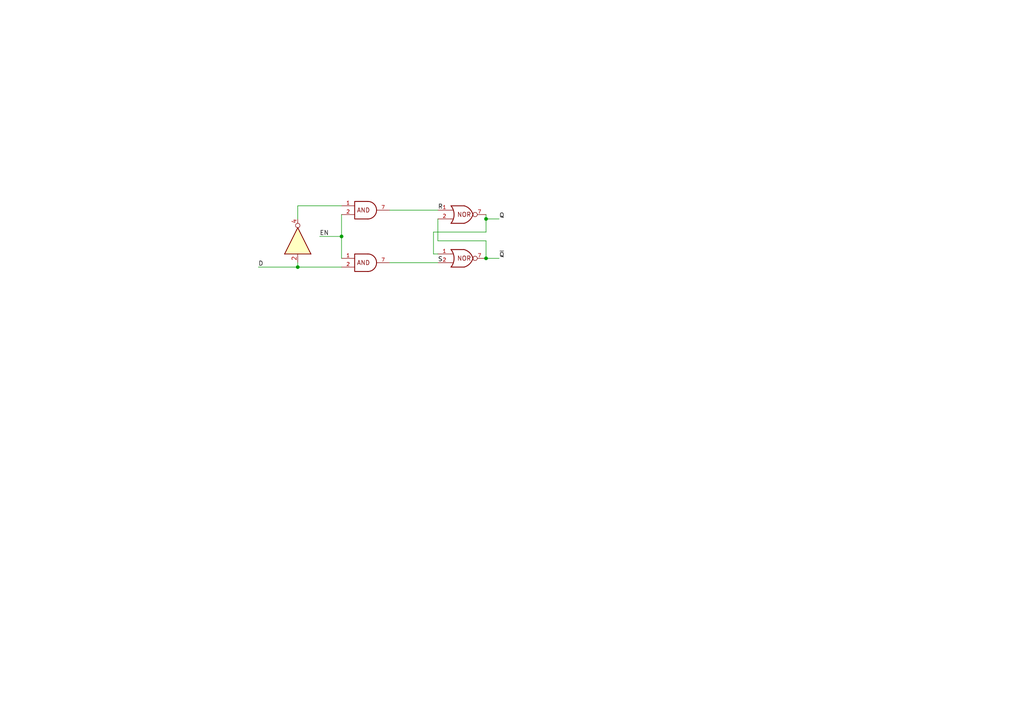
<source format=kicad_sch>
(kicad_sch (version 20211123) (generator eeschema)
  (paper "A4")
  (lib_symbols
    (symbol "74xGxx:74AUC2G02" (pin_names (offset 1.016))
      (symbol "74AUC2G02_0_0"
        (text "NOR" (at 0 0 0) (effects (font (size 1.27 1.27))))
      )
      (symbol "74AUC2G02_0_1"
        (arc (start -3.81 -2.54) (mid -2.919 0) (end -3.81 2.54) (stroke (width 0.254)))
        (arc (start 0 -2.54) (mid 1.5993 -1.6027) (end 2.54 0) (stroke (width 0.254)))
        (polyline (pts (xy -3.81 -1.27) (xy -3.175 -1.27)))
        (polyline (pts (xy -3.81 1.27) (xy -3.175 1.27)))
        (polyline (pts (xy 0 -2.54) (xy -3.81 -2.54)) (stroke (width 0.254)) (fill (type background)))
        (polyline (pts (xy 0 2.54) (xy -3.81 2.54)) (stroke (width 0.254)) (fill (type background)))
        (arc (start 2.54 0) (mid 1.6119 1.6152) (end 0 2.54) (stroke (width 0.254)))
      )
      (symbol "74AUC2G02_1_1"
        (pin input line (at -7.62 1.27 0) (length 3.81) (name "~") (number "1"))
        (pin input line (at -7.62 -1.27 0) (length 3.81) (name "~") (number "2"))
        (pin output inverted (at 6.35 0 180) (length 3.81) (name "~") (number "7"))
      )
      (symbol "74AUC2G02_2_1"
        (pin output inverted (at 6.35 0 180) (length 3.81) (name "~") (number "3"))
        (pin input line (at -7.62 1.27 0) (length 3.81) (name "~") (number "5"))
        (pin input line (at -7.62 -1.27 0) (length 3.81) (name "~") (number "6"))
      )
    )
    (symbol "74xGxx:74AUC2G08" (pin_names (offset 1.016))
      (symbol "74AUC2G08_0_0"
        (text "AND" (at -1.27 0 0) (effects (font (size 1.27 1.27))))
      )
      (symbol "74AUC2G08_0_1"
        (arc (start 0 -2.54) (mid 2.54 0) (end 0 2.54) (stroke (width 0.254)))
        (polyline (pts (xy 0 -2.54) (xy -3.81 -2.54) (xy -3.81 2.54) (xy 0 2.54)) (stroke (width 0.254)))
      )
      (symbol "74AUC2G08_1_1"
        (pin input line (at -7.62 1.27 0) (length 3.81) (name "~") (number "1"))
        (pin input line (at -7.62 -1.27 0) (length 3.81) (name "~") (number "2"))
        (pin output line (at 6.35 0 180) (length 3.81) (name "~") (number "7"))
      )
      (symbol "74AUC2G08_2_1"
        (pin output line (at 6.35 0 180) (length 3.81) (name "~") (number "3"))
        (pin input line (at -7.62 1.27 0) (length 3.81) (name "~") (number "5"))
        (pin input line (at -7.62 -1.27 0) (length 3.81) (name "~") (number "6"))
      )
    )
    (symbol "74xGxx:74LVC1GU04DRL"
      (symbol "74LVC1GU04DRL_0_1"
        (rectangle (start -2.54 3.81) (end -2.54 -3.81) (stroke (width 0.254)) (fill (type background)))
        (polyline (pts (xy -2.54 -3.81) (xy 5.08 0) (xy -2.54 3.81)) (stroke (width 0.254)) (fill (type background)))
        (circle (center 5.715 0) (radius 0.635))
      )
      (symbol "74LVC1GU04DRL_1_1"
        (pin no_connect line (at 5.08 0 180) (length 2.54) hide (name "NC") (number "1"))
        (pin input line (at -5.08 0 0) (length 2.54) (name "~") (number "2"))
        (pin output line (at 7.62 0 180) (length 1.27) (name "~") (number "4"))
      )
    )
  )
  (junction (at 99.06 68.58))
  (junction (at 140.97 74.93))
  (junction (at 140.97 63.5))
  (junction (at 86.36 77.47))
  (wire (pts (xy 127 69.85) (xy 140.97 69.85)))
  (wire (pts (xy 127 63.5) (xy 127 69.85)))
  (wire (pts (xy 125.73 73.66) (xy 127 73.66)))
  (wire (pts (xy 86.36 63.5) (xy 86.36 59.69)))
  (wire (pts (xy 140.97 69.85) (xy 140.97 74.93)))
  (wire (pts (xy 140.97 63.5) (xy 140.97 67.31)))
  (wire (pts (xy 140.97 74.93) (xy 144.78 74.93)))
  (wire (pts (xy 99.06 68.58) (xy 99.06 74.93)))
  (wire (pts (xy 99.06 62.23) (xy 99.06 68.58)))
  (wire (pts (xy 125.73 67.31) (xy 125.73 73.66)))
  (wire (pts (xy 92.71 68.58) (xy 99.06 68.58)))
  (wire (pts (xy 74.93 77.47) (xy 86.36 77.47)))
  (wire (pts (xy 113.03 60.96) (xy 127 60.96)))
  (wire (pts (xy 113.03 76.2) (xy 127 76.2)))
  (wire (pts (xy 86.36 76.2) (xy 86.36 77.47)))
  (wire (pts (xy 140.97 62.23) (xy 140.97 63.5)))
  (wire (pts (xy 86.36 59.69) (xy 99.06 59.69)))
  (wire (pts (xy 140.97 63.5) (xy 144.78 63.5)))
  (wire (pts (xy 86.36 77.47) (xy 99.06 77.47)))
  (wire (pts (xy 140.97 67.31) (xy 125.73 67.31)))
  (label "Q" (at 144.78 63.5 0))
  (label "R" (at 127 60.96 0))
  (label "~{Q}" (at 144.78 74.93 0))
  (label "S" (at 127 76.2 0))
  (label "EN" (at 92.71 68.58 0))
  (label "D" (at 74.93 77.47 0))
  (symbol (lib_id "74xGxx:74AUC2G08") (at 106.68 60.96 0) (unit 1)
    (property "Reference" "U?" (effects hide))
    (property "Value" "74AUC2G08" (effects hide))
    (property "Datasheet" "http://www.ti.com/lit/sg/scyt129e/scyt129e.pdf" (effects hide))
  )
  (symbol (lib_id "74xGxx:74AUC2G08") (at 106.68 76.2 0) (unit 1)
    (property "Reference" "U?" (effects hide))
    (property "Value" "74AUC2G08" (effects hide))
    (property "Datasheet" "http://www.ti.com/lit/sg/scyt129e/scyt129e.pdf" (effects hide))
  )
  (symbol (lib_id "74xGxx:74AUC2G02") (at 134.62 74.93 0) (unit 1)
    (property "Reference" "U?" (effects hide))
    (property "Value" "74AUC2G02" (effects hide))
    (property "Datasheet" "http://www.ti.com/lit/sg/scyt129e/scyt129e.pdf" (effects hide))
  )
  (symbol (lib_id "74xGxx:74LVC1GU04DRL") (at 86.36 71.12 90) (unit 1)
    (property "Reference" "U?" (effects hide))
    (property "Value" "74LVC1GU04DRL" (effects hide))
    (property "Footprint" "Package_TO_SOT_SMD:SOT-553" (effects hide))
    (property "Datasheet" "http://www.ti.com/lit/ds/symlink/sn74lvc1gu04.pdf" (effects hide))
  )
  (symbol (lib_id "74xGxx:74AUC2G02") (at 134.62 62.23 0) (unit 1)
    (property "Reference" "U?" (effects hide))
    (property "Value" "74AUC2G02" (effects hide))
    (property "Datasheet" "http://www.ti.com/lit/sg/scyt129e/scyt129e.pdf" (effects hide))
  )
)
</source>
